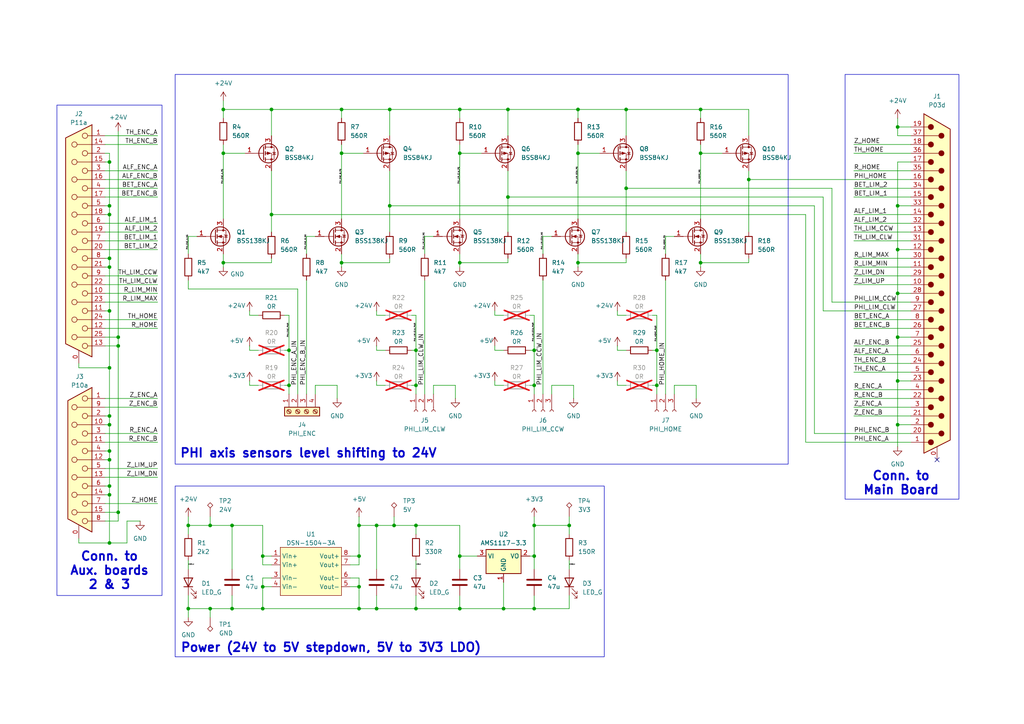
<source format=kicad_sch>
(kicad_sch (version 20231120) (generator "eeschema") (generator_version "8.0")
  (paper "A4")
  (title_block (title "Karcsi (INDACT Robot Arm) - Aux. Control Board 1") (date "2024-03-29") (rev "1.0") (company "LEGO Kör (legokor.hu)") (comment 1 "Designed by Panka Horváth, Gergely Halász, Máté Kovács") (comment 2 "Reviewed by Máté Kovács, "))
  (junction (at 167.64 31.75))
  (junction (at 83.82 101.6))
  (junction (at 76.2 176.53))
  (junction (at 133.35 176.53))
  (junction (at 31.75 90.17))
  (junction (at 31.75 133.35))
  (junction (at 34.29 100.33))
  (junction (at 76.2 170.18))
  (junction (at 260.35 72.39))
  (junction (at 154.94 101.6))
  (junction (at 76.2 161.29))
  (junction (at 67.31 176.53))
  (junction (at 64.77 76.2))
  (junction (at 114.3 152.4))
  (junction (at 203.2 76.2))
  (junction (at 133.35 161.29))
  (junction (at 31.75 140.97))
  (junction (at 109.22 152.4))
  (junction (at 54.61 176.53))
  (junction (at 31.75 157.48))
  (junction (at 78.74 62.23))
  (junction (at 104.14 176.53))
  (junction (at 133.35 44.45))
  (junction (at 99.06 44.45))
  (junction (at 31.75 123.19))
  (junction (at 203.2 31.75))
  (junction (at 104.14 161.29))
  (junction (at 31.75 143.51))
  (junction (at 133.35 76.2))
  (junction (at 60.96 176.53))
  (junction (at 31.75 106.68))
  (junction (at 260.35 36.83))
  (junction (at 147.32 57.15))
  (junction (at 190.5 111.76))
  (junction (at 120.65 101.6))
  (junction (at 190.5 101.6))
  (junction (at 154.94 176.53))
  (junction (at 60.96 152.4))
  (junction (at 67.31 152.4))
  (junction (at 34.29 97.79))
  (junction (at 120.65 111.76))
  (junction (at 260.35 123.19))
  (junction (at 154.94 152.4))
  (junction (at 147.32 31.75))
  (junction (at 120.65 152.4))
  (junction (at 104.14 152.4))
  (junction (at 181.61 54.61))
  (junction (at 34.29 148.59))
  (junction (at 104.14 170.18))
  (junction (at 146.05 176.53))
  (junction (at 120.65 176.53))
  (junction (at 113.03 31.75))
  (junction (at 83.82 111.76))
  (junction (at 260.35 97.79))
  (junction (at 167.64 76.2))
  (junction (at 31.75 62.23))
  (junction (at 54.61 152.4))
  (junction (at 31.75 130.81))
  (junction (at 260.35 59.69))
  (junction (at 31.75 77.47))
  (junction (at 64.77 31.75))
  (junction (at 260.35 110.49))
  (junction (at 167.64 44.45))
  (junction (at 31.75 120.65))
  (junction (at 217.17 52.07))
  (junction (at 181.61 31.75))
  (junction (at 154.94 111.76))
  (junction (at 99.06 31.75))
  (junction (at 31.75 74.93))
  (junction (at 165.1 152.4))
  (junction (at 113.03 59.69))
  (junction (at 260.35 85.09))
  (junction (at 31.75 59.69))
  (junction (at 78.74 31.75))
  (junction (at 99.06 76.2))
  (junction (at 31.75 46.99))
  (junction (at 133.35 31.75))
  (junction (at 64.77 44.45))
  (junction (at 154.94 161.29))
  (junction (at 109.22 176.53))
  (junction (at 203.2 44.45))
  (no_connect (at 271.78 133.35))
  (wire (pts (xy 264.16 46.99) (xy 260.35 46.99)))
  (wire (pts (xy 153.67 161.29) (xy 154.94 161.29)))
  (wire (pts (xy 264.16 123.19) (xy 260.35 123.19)))
  (wire (pts (xy 54.61 154.94) (xy 54.61 152.4)))
  (wire (pts (xy 193.04 68.58) (xy 195.58 68.58)))
  (wire (pts (xy 76.2 170.18) (xy 78.74 170.18)))
  (wire (pts (xy 190.5 111.76) (xy 189.23 111.76)))
  (wire (pts (xy 31.75 74.93) (xy 31.75 77.47)))
  (wire (pts (xy 31.75 46.99) (xy 31.75 59.69)))
  (wire (pts (xy 54.61 149.86) (xy 54.61 152.4)))
  (wire (pts (xy 157.48 68.58) (xy 160.02 68.58)))
  (wire (pts (xy 217.17 76.2) (xy 203.2 76.2)))
  (wire (pts (xy 133.35 31.75) (xy 147.32 31.75)))
  (wire (pts (xy 160.02 111.76) (xy 160.02 114.3)))
  (wire (pts (xy 64.77 44.45) (xy 64.77 63.5)))
  (wire (pts (xy 247.65 100.33) (xy 264.16 100.33)))
  (wire (pts (xy 165.1 152.4) (xy 165.1 154.94)))
  (wire (pts (xy 193.04 81.28) (xy 193.04 114.3)))
  (wire (pts (xy 34.29 148.59) (xy 34.29 100.33)))
  (wire (pts (xy 260.35 110.49) (xy 264.16 110.49)))
  (wire (pts (xy 120.65 114.3) (xy 120.65 111.76)))
  (wire (pts (xy 133.35 31.75) (xy 133.35 34.29)))
  (wire (pts (xy 165.1 149.86) (xy 165.1 152.4)))
  (wire (pts (xy 247.65 57.15) (xy 264.16 57.15)))
  (wire (pts (xy 22.86 105.41) (xy 22.86 106.68)))
  (wire (pts (xy 260.35 110.49) (xy 260.35 123.19)))
  (wire (pts (xy 31.75 62.23) (xy 31.75 74.93)))
  (wire (pts (xy 247.65 80.01) (xy 264.16 80.01)))
  (wire (pts (xy 30.48 97.79) (xy 34.29 97.79)))
  (wire (pts (xy 167.64 44.45) (xy 167.64 63.5)))
  (wire (pts (xy 120.65 91.44) (xy 119.38 91.44)))
  (wire (pts (xy 30.48 151.13) (xy 34.29 151.13)))
  (wire (pts (xy 76.2 170.18) (xy 76.2 176.53)))
  (wire (pts (xy 247.65 120.65) (xy 264.16 120.65)))
  (wire (pts (xy 203.2 76.2) (xy 203.2 77.47)))
  (wire (pts (xy 238.76 90.17) (xy 264.16 90.17)))
  (wire (pts (xy 104.14 161.29) (xy 104.14 152.4)))
  (wire (pts (xy 203.2 41.91) (xy 203.2 44.45)))
  (wire (pts (xy 247.65 105.41) (xy 264.16 105.41)))
  (wire (pts (xy 30.48 133.35) (xy 31.75 133.35)))
  (wire (pts (xy 154.94 111.76) (xy 153.67 111.76)))
  (wire (pts (xy 167.64 31.75) (xy 167.64 34.29)))
  (wire (pts (xy 30.48 140.97) (xy 31.75 140.97)))
  (wire (pts (xy 104.14 170.18) (xy 104.14 176.53)))
  (wire (pts (xy 104.14 176.53) (xy 109.22 176.53)))
  (wire (pts (xy 30.48 39.37) (xy 45.72 39.37)))
  (wire (pts (xy 154.94 149.86) (xy 154.94 152.4)))
  (wire (pts (xy 165.1 172.72) (xy 165.1 176.53)))
  (wire (pts (xy 30.48 77.47) (xy 31.75 77.47)))
  (wire (pts (xy 111.76 111.76) (xy 109.22 111.76)))
  (wire (pts (xy 30.48 128.27) (xy 45.72 128.27)))
  (wire (pts (xy 78.74 31.75) (xy 78.74 39.37)))
  (wire (pts (xy 83.82 101.6) (xy 83.82 91.44)))
  (wire (pts (xy 143.51 111.76) (xy 143.51 110.49)))
  (wire (pts (xy 30.48 46.99) (xy 31.75 46.99)))
  (wire (pts (xy 83.82 101.6) (xy 82.55 101.6)))
  (wire (pts (xy 133.35 76.2) (xy 133.35 77.47)))
  (wire (pts (xy 247.65 115.57) (xy 264.16 115.57)))
  (wire (pts (xy 30.48 146.05) (xy 45.72 146.05)))
  (wire (pts (xy 247.65 107.95) (xy 264.16 107.95)))
  (wire (pts (xy 54.61 152.4) (xy 60.96 152.4)))
  (wire (pts (xy 34.29 97.79) (xy 34.29 38.1)))
  (wire (pts (xy 264.16 39.37) (xy 260.35 39.37)))
  (wire (pts (xy 72.39 111.76) (xy 72.39 110.49)))
  (wire (pts (xy 30.48 95.25) (xy 45.72 95.25)))
  (wire (pts (xy 109.22 111.76) (xy 109.22 110.49)))
  (wire (pts (xy 30.48 120.65) (xy 31.75 120.65)))
  (wire (pts (xy 64.77 29.21) (xy 64.77 31.75)))
  (wire (pts (xy 260.35 36.83) (xy 264.16 36.83)))
  (wire (pts (xy 109.22 152.4) (xy 114.3 152.4)))
  (wire (pts (xy 247.65 54.61) (xy 264.16 54.61)))
  (wire (pts (xy 190.5 91.44) (xy 189.23 91.44)))
  (wire (pts (xy 104.14 149.86) (xy 104.14 152.4)))
  (wire (pts (xy 114.3 149.86) (xy 114.3 152.4)))
  (wire (pts (xy 133.35 161.29) (xy 133.35 165.1)))
  (wire (pts (xy 104.14 167.64) (xy 104.14 170.18)))
  (wire (pts (xy 260.35 97.79) (xy 260.35 110.49)))
  (wire (pts (xy 166.37 111.76) (xy 160.02 111.76)))
  (wire (pts (xy 241.3 87.63) (xy 264.16 87.63)))
  (wire (pts (xy 181.61 49.53) (xy 181.61 54.61)))
  (wire (pts (xy 154.94 91.44) (xy 153.67 91.44)))
  (wire (pts (xy 113.03 74.93) (xy 113.03 76.2)))
  (wire (pts (xy 54.61 172.72) (xy 54.61 176.53)))
  (wire (pts (xy 133.35 44.45) (xy 139.7 44.45)))
  (wire (pts (xy 34.29 151.13) (xy 34.29 148.59)))
  (wire (pts (xy 203.2 31.75) (xy 217.17 31.75)))
  (wire (pts (xy 76.2 176.53) (xy 104.14 176.53)))
  (wire (pts (xy 31.75 120.65) (xy 31.75 123.19)))
  (wire (pts (xy 247.65 74.93) (xy 264.16 74.93)))
  (wire (pts (xy 78.74 31.75) (xy 99.06 31.75)))
  (wire (pts (xy 31.75 59.69) (xy 31.75 62.23)))
  (wire (pts (xy 236.22 125.73) (xy 264.16 125.73)))
  (wire (pts (xy 22.86 156.21) (xy 22.86 157.48)))
  (wire (pts (xy 179.07 91.44) (xy 179.07 90.17)))
  (wire (pts (xy 54.61 73.66) (xy 54.61 68.58)))
  (wire (pts (xy 30.48 72.39) (xy 45.72 72.39)))
  (wire (pts (xy 64.77 44.45) (xy 71.12 44.45)))
  (wire (pts (xy 147.32 74.93) (xy 147.32 76.2)))
  (wire (pts (xy 97.79 111.76) (xy 91.44 111.76)))
  (wire (pts (xy 111.76 91.44) (xy 109.22 91.44)))
  (wire (pts (xy 203.2 31.75) (xy 203.2 34.29)))
  (wire (pts (xy 147.32 76.2) (xy 133.35 76.2)))
  (wire (pts (xy 67.31 152.4) (xy 76.2 152.4)))
  (wire (pts (xy 238.76 57.15) (xy 238.76 90.17)))
  (wire (pts (xy 247.65 62.23) (xy 264.16 62.23)))
  (wire (pts (xy 31.75 123.19) (xy 31.75 130.81)))
  (wire (pts (xy 99.06 31.75) (xy 113.03 31.75)))
  (wire (pts (xy 247.65 82.55) (xy 264.16 82.55)))
  (wire (pts (xy 157.48 73.66) (xy 157.48 68.58)))
  (wire (pts (xy 30.48 41.91) (xy 45.72 41.91)))
  (wire (pts (xy 30.48 67.31) (xy 45.72 67.31)))
  (wire (pts (xy 99.06 44.45) (xy 99.06 63.5)))
  (wire (pts (xy 217.17 52.07) (xy 217.17 67.31)))
  (wire (pts (xy 60.96 149.86) (xy 60.96 152.4)))
  (wire (pts (xy 60.96 176.53) (xy 67.31 176.53)))
  (wire (pts (xy 109.22 176.53) (xy 120.65 176.53)))
  (wire (pts (xy 31.75 130.81) (xy 31.75 133.35)))
  (wire (pts (xy 154.94 152.4) (xy 165.1 152.4)))
  (wire (pts (xy 54.61 68.58) (xy 57.15 68.58)))
  (wire (pts (xy 22.86 106.68) (xy 31.75 106.68)))
  (wire (pts (xy 104.14 152.4) (xy 109.22 152.4)))
  (wire (pts (xy 101.6 170.18) (xy 104.14 170.18)))
  (wire (pts (xy 146.05 111.76) (xy 143.51 111.76)))
  (wire (pts (xy 30.48 115.57) (xy 45.72 115.57)))
  (wire (pts (xy 99.06 31.75) (xy 99.06 34.29)))
  (wire (pts (xy 154.94 114.3) (xy 154.94 111.76)))
  (wire (pts (xy 54.61 81.28) (xy 54.61 83.82)))
  (wire (pts (xy 133.35 152.4) (xy 133.35 161.29)))
  (wire (pts (xy 233.68 128.27) (xy 264.16 128.27)))
  (wire (pts (xy 167.64 41.91) (xy 167.64 44.45)))
  (wire (pts (xy 133.35 73.66) (xy 133.35 76.2)))
  (wire (pts (xy 165.1 162.56) (xy 165.1 165.1)))
  (wire (pts (xy 114.3 152.4) (xy 120.65 152.4)))
  (wire (pts (xy 30.48 125.73) (xy 45.72 125.73)))
  (wire (pts (xy 247.65 64.77) (xy 264.16 64.77)))
  (wire (pts (xy 146.05 168.91) (xy 146.05 176.53)))
  (wire (pts (xy 181.61 101.6) (xy 179.07 101.6)))
  (wire (pts (xy 181.61 91.44) (xy 179.07 91.44)))
  (wire (pts (xy 30.48 59.69) (xy 31.75 59.69)))
  (wire (pts (xy 133.35 176.53) (xy 146.05 176.53)))
  (wire (pts (xy 120.65 111.76) (xy 119.38 111.76)))
  (wire (pts (xy 30.48 118.11) (xy 45.72 118.11)))
  (wire (pts (xy 30.48 85.09) (xy 45.72 85.09)))
  (wire (pts (xy 30.48 80.01) (xy 45.72 80.01)))
  (wire (pts (xy 190.5 101.6) (xy 189.23 101.6)))
  (wire (pts (xy 132.08 111.76) (xy 125.73 111.76)))
  (wire (pts (xy 260.35 72.39) (xy 260.35 85.09)))
  (wire (pts (xy 120.65 162.56) (xy 120.65 165.1)))
  (wire (pts (xy 30.48 64.77) (xy 45.72 64.77)))
  (wire (pts (xy 233.68 62.23) (xy 233.68 128.27)))
  (wire (pts (xy 154.94 111.76) (xy 154.94 101.6)))
  (wire (pts (xy 247.65 102.87) (xy 264.16 102.87)))
  (wire (pts (xy 166.37 115.57) (xy 166.37 111.76)))
  (wire (pts (xy 30.48 82.55) (xy 45.72 82.55)))
  (wire (pts (xy 54.61 162.56) (xy 54.61 165.1)))
  (wire (pts (xy 133.35 161.29) (xy 138.43 161.29)))
  (wire (pts (xy 181.61 76.2) (xy 167.64 76.2)))
  (wire (pts (xy 217.17 49.53) (xy 217.17 52.07)))
  (wire (pts (xy 247.65 69.85) (xy 264.16 69.85)))
  (wire (pts (xy 78.74 76.2) (xy 64.77 76.2)))
  (wire (pts (xy 30.48 44.45) (xy 31.75 44.45)))
  (wire (pts (xy 179.07 101.6) (xy 179.07 100.33)))
  (wire (pts (xy 83.82 91.44) (xy 82.55 91.44)))
  (wire (pts (xy 247.65 92.71) (xy 264.16 92.71)))
  (wire (pts (xy 36.83 157.48) (xy 31.75 157.48)))
  (wire (pts (xy 67.31 152.4) (xy 67.31 165.1)))
  (wire (pts (xy 30.48 92.71) (xy 45.72 92.71)))
  (wire (pts (xy 109.22 172.72) (xy 109.22 176.53)))
  (wire (pts (xy 179.07 111.76) (xy 179.07 110.49)))
  (wire (pts (xy 30.48 69.85) (xy 45.72 69.85)))
  (wire (pts (xy 260.35 123.19) (xy 260.35 129.54)))
  (wire (pts (xy 78.74 167.64) (xy 76.2 167.64)))
  (wire (pts (xy 31.75 140.97) (xy 31.75 143.51)))
  (wire (pts (xy 78.74 161.29) (xy 76.2 161.29)))
  (wire (pts (xy 83.82 114.3) (xy 83.82 111.76)))
  (wire (pts (xy 181.61 31.75) (xy 181.61 39.37)))
  (wire (pts (xy 67.31 176.53) (xy 76.2 176.53)))
  (wire (pts (xy 241.3 54.61) (xy 241.3 87.63)))
  (wire (pts (xy 147.32 57.15) (xy 238.76 57.15)))
  (wire (pts (xy 146.05 176.53) (xy 154.94 176.53)))
  (wire (pts (xy 120.65 101.6) (xy 119.38 101.6)))
  (wire (pts (xy 236.22 59.69) (xy 236.22 125.73)))
  (wire (pts (xy 146.05 91.44) (xy 143.51 91.44)))
  (wire (pts (xy 101.6 167.64) (xy 104.14 167.64)))
  (wire (pts (xy 30.48 143.51) (xy 31.75 143.51)))
  (wire (pts (xy 78.74 62.23) (xy 78.74 67.31)))
  (wire (pts (xy 60.96 176.53) (xy 60.96 179.07)))
  (wire (pts (xy 181.61 111.76) (xy 179.07 111.76)))
  (wire (pts (xy 132.08 115.57) (xy 132.08 111.76)))
  (wire (pts (xy 147.32 57.15) (xy 147.32 67.31)))
  (wire (pts (xy 217.17 31.75) (xy 217.17 39.37)))
  (wire (pts (xy 67.31 172.72) (xy 67.31 176.53)))
  (wire (pts (xy 146.05 101.6) (xy 143.51 101.6)))
  (wire (pts (xy 76.2 167.64) (xy 76.2 170.18)))
  (wire (pts (xy 154.94 161.29) (xy 154.94 152.4)))
  (wire (pts (xy 123.19 81.28) (xy 123.19 114.3)))
  (wire (pts (xy 88.9 81.28) (xy 88.9 114.3)))
  (wire (pts (xy 154.94 172.72) (xy 154.94 176.53)))
  (wire (pts (xy 30.48 74.93) (xy 31.75 74.93)))
  (wire (pts (xy 203.2 44.45) (xy 209.55 44.45)))
  (wire (pts (xy 167.64 31.75) (xy 181.61 31.75)))
  (wire (pts (xy 60.96 152.4) (xy 67.31 152.4)))
  (wire (pts (xy 190.5 101.6) (xy 190.5 91.44)))
  (wire (pts (xy 143.51 101.6) (xy 143.51 100.33)))
  (wire (pts (xy 133.35 172.72) (xy 133.35 176.53)))
  (wire (pts (xy 113.03 49.53) (xy 113.03 59.69)))
  (wire (pts (xy 260.35 46.99) (xy 260.35 59.69)))
  (wire (pts (xy 167.64 76.2) (xy 167.64 77.47)))
  (wire (pts (xy 201.93 111.76) (xy 195.58 111.76)))
  (wire (pts (xy 154.94 101.6) (xy 153.67 101.6)))
  (wire (pts (xy 78.74 49.53) (xy 78.74 62.23)))
  (wire (pts (xy 22.86 157.48) (xy 31.75 157.48)))
  (wire (pts (xy 74.93 111.76) (xy 72.39 111.76)))
  (wire (pts (xy 113.03 76.2) (xy 99.06 76.2)))
  (wire (pts (xy 99.06 41.91) (xy 99.06 44.45)))
  (wire (pts (xy 123.19 73.66) (xy 123.19 68.58)))
  (wire (pts (xy 195.58 111.76) (xy 195.58 114.3)))
  (wire (pts (xy 36.83 157.48) (xy 36.83 151.13)))
  (wire (pts (xy 76.2 161.29) (xy 76.2 152.4)))
  (wire (pts (xy 109.22 152.4) (xy 109.22 165.1)))
  (wire (pts (xy 203.2 44.45) (xy 203.2 63.5)))
  (wire (pts (xy 167.64 73.66) (xy 167.64 76.2)))
  (wire (pts (xy 113.03 31.75) (xy 113.03 39.37)))
  (wire (pts (xy 264.16 72.39) (xy 260.35 72.39)))
  (wire (pts (xy 64.77 31.75) (xy 64.77 34.29)))
  (wire (pts (xy 190.5 114.3) (xy 190.5 111.76)))
  (wire (pts (xy 74.93 91.44) (xy 72.39 91.44)))
  (wire (pts (xy 247.65 77.47) (xy 264.16 77.47)))
  (wire (pts (xy 247.65 41.91) (xy 264.16 41.91)))
  (wire (pts (xy 30.48 52.07) (xy 45.72 52.07)))
  (wire (pts (xy 147.32 31.75) (xy 167.64 31.75)))
  (wire (pts (xy 181.61 54.61) (xy 241.3 54.61)))
  (wire (pts (xy 181.61 31.75) (xy 203.2 31.75)))
  (wire (pts (xy 36.83 151.13) (xy 40.64 151.13)))
  (wire (pts (xy 147.32 49.53) (xy 147.32 57.15)))
  (wire (pts (xy 99.06 44.45) (xy 105.41 44.45)))
  (wire (pts (xy 30.48 90.17) (xy 31.75 90.17)))
  (wire (pts (xy 30.48 123.19) (xy 31.75 123.19)))
  (wire (pts (xy 78.74 74.93) (xy 78.74 76.2)))
  (wire (pts (xy 104.14 163.83) (xy 104.14 161.29)))
  (wire (pts (xy 64.77 73.66) (xy 64.77 76.2)))
  (wire (pts (xy 101.6 163.83) (xy 104.14 163.83)))
  (wire (pts (xy 167.64 44.45) (xy 173.99 44.45)))
  (wire (pts (xy 113.03 31.75) (xy 133.35 31.75)))
  (wire (pts (xy 74.93 101.6) (xy 72.39 101.6)))
  (wire (pts (xy 30.48 62.23) (xy 31.75 62.23)))
  (wire (pts (xy 72.39 101.6) (xy 72.39 100.33)))
  (wire (pts (xy 260.35 85.09) (xy 260.35 97.79)))
  (wire (pts (xy 247.65 49.53) (xy 264.16 49.53)))
  (wire (pts (xy 54.61 176.53) (xy 60.96 176.53)))
  (wire (pts (xy 133.35 44.45) (xy 133.35 63.5)))
  (wire (pts (xy 30.48 100.33) (xy 34.29 100.33)))
  (wire (pts (xy 260.35 59.69) (xy 264.16 59.69)))
  (wire (pts (xy 147.32 31.75) (xy 147.32 39.37)))
  (wire (pts (xy 201.93 115.57) (xy 201.93 111.76)))
  (wire (pts (xy 30.48 87.63) (xy 45.72 87.63)))
  (wire (pts (xy 113.03 59.69) (xy 236.22 59.69)))
  (wire (pts (xy 97.79 115.57) (xy 97.79 111.76)))
  (wire (pts (xy 30.48 138.43) (xy 45.72 138.43)))
  (wire (pts (xy 260.35 34.29) (xy 260.35 36.83)))
  (wire (pts (xy 64.77 31.75) (xy 78.74 31.75)))
  (wire (pts (xy 193.04 73.66) (xy 193.04 68.58)))
  (wire (pts (xy 30.48 135.89) (xy 45.72 135.89)))
  (wire (pts (xy 86.36 114.3) (xy 86.36 83.82)))
  (wire (pts (xy 120.65 111.76) (xy 120.65 101.6)))
  (wire (pts (xy 217.17 52.07) (xy 264.16 52.07)))
  (wire (pts (xy 154.94 161.29) (xy 154.94 165.1)))
  (wire (pts (xy 30.48 49.53) (xy 45.72 49.53)))
  (wire (pts (xy 154.94 176.53) (xy 165.1 176.53)))
  (wire (pts (xy 99.06 73.66) (xy 99.06 76.2)))
  (wire (pts (xy 190.5 111.76) (xy 190.5 101.6)))
  (wire (pts (xy 34.29 100.33) (xy 34.29 97.79)))
  (wire (pts (xy 30.48 57.15) (xy 45.72 57.15)))
  (wire (pts (xy 120.65 176.53) (xy 133.35 176.53)))
  (wire (pts (xy 64.77 41.91) (xy 64.77 44.45)))
  (wire (pts (xy 88.9 73.66) (xy 88.9 68.58)))
  (wire (pts (xy 30.48 130.81) (xy 31.75 130.81)))
  (wire (pts (xy 120.65 152.4) (xy 120.65 154.94)))
  (wire (pts (xy 247.65 118.11) (xy 264.16 118.11)))
  (wire (pts (xy 76.2 161.29) (xy 76.2 163.83)))
  (wire (pts (xy 123.19 68.58) (xy 125.73 68.58)))
  (wire (pts (xy 133.35 41.91) (xy 133.35 44.45)))
  (wire (pts (xy 31.75 143.51) (xy 31.75 157.48)))
  (wire (pts (xy 120.65 172.72) (xy 120.65 176.53)))
  (wire (pts (xy 143.51 91.44) (xy 143.51 90.17)))
  (wire (pts (xy 31.75 133.35) (xy 31.75 140.97)))
  (wire (pts (xy 31.75 44.45) (xy 31.75 46.99)))
  (wire (pts (xy 31.75 77.47) (xy 31.75 90.17)))
  (wire (pts (xy 247.65 44.45) (xy 264.16 44.45)))
  (wire (pts (xy 120.65 152.4) (xy 133.35 152.4)))
  (wire (pts (xy 109.22 101.6) (xy 109.22 100.33)))
  (wire (pts (xy 30.48 148.59) (xy 34.29 148.59)))
  (wire (pts (xy 113.03 59.69) (xy 113.03 67.31)))
  (wire (pts (xy 72.39 91.44) (xy 72.39 90.17)))
  (wire (pts (xy 203.2 73.66) (xy 203.2 76.2)))
  (wire (pts (xy 181.61 74.93) (xy 181.61 76.2)))
  (wire (pts (xy 91.44 111.76) (xy 91.44 114.3)))
  (wire (pts (xy 64.77 76.2) (xy 64.77 77.47)))
  (wire (pts (xy 125.73 111.76) (xy 125.73 114.3)))
  (wire (pts (xy 157.48 81.28) (xy 157.48 114.3)))
  (wire (pts (xy 109.22 91.44) (xy 109.22 90.17)))
  (wire (pts (xy 260.35 85.09) (xy 264.16 85.09)))
  (wire (pts (xy 264.16 97.79) (xy 260.35 97.79)))
  (wire (pts (xy 217.17 74.93) (xy 217.17 76.2)))
  (wire (pts (xy 154.94 101.6) (xy 154.94 91.44)))
  (wire (pts (xy 78.74 163.83) (xy 76.2 163.83)))
  (wire (pts (xy 31.75 90.17) (xy 31.75 106.68)))
  (wire (pts (xy 247.65 67.31) (xy 264.16 67.31)))
  (wire (pts (xy 101.6 161.29) (xy 104.14 161.29)))
  (wire (pts (xy 247.65 113.03) (xy 264.16 113.03)))
  (wire (pts (xy 260.35 39.37) (xy 260.35 36.83)))
  (wire (pts (xy 30.48 54.61) (xy 45.72 54.61)))
  (wire (pts (xy 181.61 54.61) (xy 181.61 67.31)))
  (wire (pts (xy 54.61 176.53) (xy 54.61 179.07)))
  (wire (pts (xy 83.82 111.76) (xy 82.55 111.76)))
  (wire (pts (xy 88.9 68.58) (xy 91.44 68.58)))
  (wire (pts (xy 86.36 83.82) (xy 54.61 83.82)))
  (wire (pts (xy 31.75 106.68) (xy 31.75 120.65)))
  (wire (pts (xy 260.35 59.69) (xy 260.35 72.39)))
  (wire (pts (xy 247.65 95.25) (xy 264.16 95.25)))
  (wire (pts (xy 120.65 101.6) (xy 120.65 91.44)))
  (wire (pts (xy 99.06 76.2) (xy 99.06 77.47)))
  (wire (pts (xy 83.82 111.76) (xy 83.82 101.6)))
  (wire (pts (xy 111.76 101.6) (xy 109.22 101.6)))
  (wire (pts (xy 78.74 62.23) (xy 233.68 62.23)))
  (rectangle (start 50.8 21.59) (end 228.6 134.62))
  (rectangle (start 16.51 30.48) (end 46.99 172.72))
  (rectangle (start 50.8 140.97) (end 175.26 190.5))
  (rectangle (start 245.11 21.59) (end 278.13 144.78))
  (text "PHI axis sensors level shifting to 24V" (at 52.07 131.572 0) (effects (font (size 2.54 2.54) (bold yes)) (justify left)))
  (text "Conn. to\nMain Board" (at 261.366 140.208 0) (effects (font (size 2.54 2.54) (bold yes))))
  (text "Power (24V to 5V stepdown, 5V to 3V3 LDO)" (at 96.012 187.96 0) (effects (font (size 2.54 2.54) (thickness 0.508) (bold yes))))
  (text "Conn. to\nAux. boards\n2 & 3" (at 31.75 165.608 0) (effects (font (size 2.54 2.54) (bold yes))))
  (label "PHI_HOME_PWR" (at 190.5 99.06 90) (effects (font (size 0.4 0.4))))
  (label "LED33_A" (at 165.1 163.83 0) (effects (font (size 0.254 0.254))))
  (label "PHI_LIM_CCW_IN" (at 157.48 111.76 90))
  (label "PHI_HOME_NG" (at 203.2 53.34 90) (effects (font (size 0.4 0.4))))
  (label "TH_LIM_CCW" (at 247.65 67.31 0))
  (label "PHI_LIM_CCW" (at 247.65 87.63 0))
  (label "BET_LIM_2" (at 45.72 72.39 180))
  (label "ALF_ENC_B" (at 45.72 52.07 180))
  (label "PHI_ENC_A_PG" (at 64.77 53.34 90) (effects (font (size 0.4 0.4))))
  (label "PHI_ENC_A_NG" (at 54.61 72.39 90) (effects (font (size 0.4 0.4))))
  (label "BET_ENC_A" (at 247.65 92.71 0))
  (label "Z_LIM_UP" (at 247.65 82.55 0))
  (label "BET_LIM_1" (at 247.65 57.15 0))
  (label "LED5_A" (at 120.65 163.83 0) (effects (font (size 0.254 0.254))))
  (label "PHI_ENC_A" (at 247.65 128.27 0))
  (label "PHI_HOME" (at 247.65 52.07 0))
  (label "TH_ENC_B" (at 247.65 105.41 0))
  (label "PHI_LIM_CLW_NG" (at 123.19 72.39 90) (effects (font (size 0.4 0.4))))
  (label "LED24_A" (at 54.61 163.83 0) (effects (font (size 0.254 0.254))))
  (label "PHI_ENC_B" (at 247.65 125.73 0))
  (label "PHI_LIM_CLW_IN" (at 123.19 111.76 90))
  (label "PHI_LIM_CCW_PG" (at 167.64 53.34 90) (effects (font (size 0.4 0.4))))
  (label "BET_LIM_2" (at 247.65 54.61 0))
  (label "PHI_LIM_CCW_NG" (at 157.48 72.39 90) (effects (font (size 0.4 0.4))))
  (label "PHI_ENC_A_IN" (at 86.36 111.76 90))
  (label "R_LIM_MAX" (at 247.65 74.93 0))
  (label "R_ENC_B" (at 247.65 115.57 0))
  (label "PHI_LIM_CLW_PWR" (at 120.65 99.06 90) (effects (font (size 0.4 0.4))))
  (label "TH_LIM_CLW" (at 247.65 69.85 0))
  (label "R_HOME" (at 247.65 49.53 0))
  (label "TH_LIM_CCW" (at 45.72 80.01 180))
  (label "ALF_LIM_1" (at 45.72 64.77 180))
  (label "Z_LIM_DN" (at 247.65 80.01 0))
  (label "TH_ENC_A" (at 45.72 39.37 180))
  (label "TH_HOME" (at 45.72 92.71 180))
  (label "ALF_ENC_B" (at 247.65 100.33 0))
  (label "Z_ENC_B" (at 45.72 118.11 180))
  (label "Z_ENC_A" (at 45.72 115.57 180))
  (label "ALF_ENC_A" (at 45.72 49.53 180))
  (label "Z_LIM_UP" (at 45.72 135.89 180))
  (label "Z_ENC_A" (at 247.65 118.11 0))
  (label "Z_ENC_B" (at 247.65 120.65 0))
  (label "TH_ENC_B" (at 45.72 41.91 180))
  (label "ALF_LIM_2" (at 247.65 64.77 0))
  (label "R_LIM_MIN" (at 247.65 77.47 0))
  (label "PHI_HOME_IN" (at 193.04 111.76 90))
  (label "PHI_LIM_CLW" (at 247.65 90.17 0))
  (label "R_HOME" (at 45.72 95.25 180))
  (label "R_ENC_B" (at 45.72 128.27 180))
  (label "R_LIM_MIN" (at 45.72 85.09 180))
  (label "TH_HOME" (at 247.65 44.45 0))
  (label "PHI_LIM_CCW_PWR" (at 154.94 99.06 90) (effects (font (size 0.4 0.4))))
  (label "Z_HOME" (at 247.65 41.91 0))
  (label "Z_LIM_DN" (at 45.72 138.43 180))
  (label "PHI_ENC_B_PG" (at 99.06 53.34 90) (effects (font (size 0.4 0.4))))
  (label "TH_LIM_CLW" (at 45.72 82.55 180))
  (label "ALF_ENC_A" (at 247.65 102.87 0))
  (label "R_LIM_MAX" (at 45.72 87.63 180))
  (label "ALF_LIM_2" (at 45.72 67.31 180))
  (label "BET_ENC_B" (at 45.72 57.15 180))
  (label "BET_LIM_1" (at 45.72 69.85 180))
  (label "TH_ENC_A" (at 247.65 107.95 0))
  (label "PHI_LIM_CLW_PG" (at 133.35 53.34 90) (effects (font (size 0.4 0.4))))
  (label "BET_ENC_B" (at 247.65 95.25 0))
  (label "ALF_LIM_1" (at 247.65 62.23 0))
  (label "PHI_HOME_PG" (at 193.04 72.39 90) (effects (font (size 0.4 0.4))))
  (label "R_ENC_A" (at 247.65 113.03 0))
  (label "BET_ENC_A" (at 45.72 54.61 180))
  (label "PHI_ENC_B_NG" (at 88.9 72.39 90) (effects (font (size 0.4 0.4))))
  (label "Z_HOME" (at 45.72 146.05 180))
  (label "PHI_ENC_B_IN" (at 88.9 111.76 90))
  (label "R_ENC_A" (at 45.72 125.73 180))
  (label "PHI_ENC_PWR" (at 83.82 97.79 90) (effects (font (size 0.4 0.4))))
  (symbol (lib_id "Device:R") (at 149.86 101.6 90) (unit 1)
    (property "Reference" "R26" (at 149.86 96.52 90))
    (property "Value" "0R" (at 149.86 99.06 90))
    (property "Footprint" "Resistor_SMD:R_0805_2012Metric_Pad1.20x1.40mm_HandSolder" (effects (hide yes)))
    (property "Description" "Resistor" (effects (hide yes)))
    (property "Supplier" "LCSC" (effects (hide yes)))
    (property "Supplier URL" "https://www.lcsc.com/product-detail/Chip-Resistor-Surface-Mount_Viking-Tech-CR-05FL7-0R_C304192.html" (effects (hide yes)))
    (property "Supplier item no" "C304192" (effects (hide yes)))
    (property "Sourced" "0" (effects (hide yes)))
  )
  (symbol (lib_id "Device:R") (at 115.57 91.44 90) (unit 1) (dnp yes)
    (property "Reference" "R22" (at 115.57 86.36 90))
    (property "Value" "0R" (at 115.57 88.9 90))
    (property "Footprint" "Resistor_SMD:R_0805_2012Metric_Pad1.20x1.40mm_HandSolder" (effects (hide yes)))
    (property "Description" "Resistor" (effects (hide yes)))
    (property "Supplier" "LCSC" (effects (hide yes)))
    (property "Supplier URL" "https://www.lcsc.com/product-detail/Chip-Resistor-Surface-Mount_Viking-Tech-CR-05FL7-0R_C304192.html" (effects (hide yes)))
    (property "Supplier item no" "C304192" (effects (hide yes)))
    (property "Sourced" "0" (effects (hide yes)))
  )
  (symbol (lib_id "Transistor_FET:BSS84") (at 110.49 44.45 0) (unit 1)
    (property "Reference" "Q4" (at 116.84 43.1799 0) (effects (justify left)))
    (property "Value" "BSS84KJ" (at 116.84 45.7199 0) (effects (justify left)))
    (property "Footprint" "Package_TO_SOT_SMD:SOT-23" (effects (hide yes)))
    (property "Datasheet" "https://lomex.hu/pdf/yet/(yet)_bss84kj.pdf" (effects (hide yes)))
    (property "Description" "-0.13A Id, -50V Vds, P-Channel MOSFET, SOT-23" (effects (hide yes)))
    (property "Sourced" "0" (effects (hide yes)))
    (property "Supplier" "Lomex" (effects (hide yes)))
    (property "Supplier URL" "https://lomex.hu/hu/webshop/#page,0/search,86-07-17/stype,1" (effects (hide yes)))
    (property "Supplier item no" "86-07-17" (effects (hide yes)))
  )
  (symbol (lib_id "Device:C") (at 67.31 168.91 0) (unit 1)
    (property "Reference" "C1" (at 71.12 167.6399 0) (effects (justify left)))
    (property "Value" "47u" (at 71.12 170.1799 0) (effects (justify left)))
    (property "Footprint" "Capacitor_SMD:C_0805_2012Metric_Pad1.18x1.45mm_HandSolder" (effects (hide yes)))
    (property "Description" "Unpolarized capacitor" (effects (hide yes)))
    (property "Supplier" "Lomex" (effects (hide yes)))
    (property "Supplier URL" "https://lomex.hu/hu/webshop/#/search,82-11-74/stype,1" (effects (hide yes)))
    (property "Supplier item no" "82-11-74" (effects (hide yes)))
    (property "Sourced" "0" (effects (hide yes)))
  )
  (symbol (lib_id "Device:R") (at 181.61 71.12 0) (unit 1)
    (property "Reference" "R15" (at 184.15 69.8499 0) (effects (justify left)))
    (property "Value" "560R" (at 184.15 72.3899 0) (effects (justify left)))
    (property "Footprint" "Resistor_SMD:R_0805_2012Metric_Pad1.20x1.40mm_HandSolder" (effects (hide yes)))
    (property "Description" "Resistor" (effects (hide yes)))
    (property "Supplier" "Lomex" (effects (hide yes)))
    (property "Supplier item no" "81-10-84" (effects (hide yes)))
    (property "Sourced" "1" (effects (hide yes)))
  )
  (symbol (lib_id "power:+5V") (at 104.14 149.86 0) (unit 1)
    (property "Reference" "#PWR09" (effects (hide yes)))
    (property "Value" "+5V" (at 104.14 144.78 0))
    (property "Description" "Power symbol creates a global label with name \"+5V\"" (effects (hide yes)))
  )
  (symbol (lib_id "Device:C") (at 133.35 168.91 0) (unit 1)
    (property "Reference" "C3" (at 137.16 167.6399 0) (effects (justify left)))
    (property "Value" "47u" (at 137.16 170.1799 0) (effects (justify left)))
    (property "Footprint" "Capacitor_SMD:C_0805_2012Metric_Pad1.18x1.45mm_HandSolder" (effects (hide yes)))
    (property "Description" "Unpolarized capacitor" (effects (hide yes)))
    (property "Supplier" "Lomex" (effects (hide yes)))
    (property "Supplier URL" "https://lomex.hu/hu/webshop/#/search,82-11-74/stype,1" (effects (hide yes)))
    (property "Supplier item no" "82-11-74" (effects (hide yes)))
    (property "Sourced" "0" (effects (hide yes)))
  )
  (symbol (lib_id "Transistor_FET:BSS138") (at 165.1 68.58 0) (unit 1)
    (property "Reference" "Q7" (at 171.45 67.3099 0) (effects (justify left)))
    (property "Value" "BSS138KJ" (at 171.45 69.8499 0) (effects (justify left)))
    (property "Footprint" "Package_TO_SOT_SMD:SOT-23" (effects (hide yes)))
    (property "Datasheet" "https://lomex.hu/pdf/yet/(yet)_bss138kj.pdf" (effects (hide yes)))
    (property "Description" "50V Vds, 0.22A Id, N-Channel MOSFET, SOT-23" (effects (hide yes)))
    (property "Supplier" "Lomex" (effects (hide yes)))
    (property "Supplier URL" "https://lomex.hu/hu/webshop/#page,0/search,86-07-11/stype,1" (effects (hide yes)))
    (property "Supplier item no" "86-07-11" (effects (hide yes)))
    (property "Sourced" "1" (effects (hide yes)))
  )
  (symbol (lib_id "Device:LED") (at 120.65 168.91 90) (unit 1)
    (property "Reference" "D2" (at 124.46 169.2274 90) (effects (justify right)))
    (property "Value" "LED_G" (at 124.46 171.7674 90) (effects (justify right)))
    (property "Footprint" "LED_SMD:LED_0805_2012Metric_Pad1.15x1.40mm_HandSolder" (effects (hide yes)))
    (property "Datasheet" "https://mm.digikey.com/Volume0/opasdata/d220001/medias/docus/3804/B1701NG--20D000314U1930.pdf" (effects (hide yes)))
    (property "Description" "Light emitting diode" (effects (hide yes)))
    (property "Supplier" "DigiKey" (effects (hide yes)))
    (property "Supplier URL" "https://www.digikey.hu/hu/products/detail/harvatek-corporation/B1701NG-20D000314U1930/16671738" (effects (hide yes)))
    (property "Supplier item no" "3147-B1701NG--20D000314U1930CT-ND" (effects (hide yes)))
    (property "Sourced" "1" (effects (hide yes)))
  )
  (symbol (lib_id "Device:R") (at 64.77 38.1 0) (unit 1)
    (property "Reference" "R4" (at 67.31 36.8299 0) (effects (justify left)))
    (property "Value" "560R" (at 67.31 39.3699 0) (effects (justify left)))
    (property "Footprint" "Resistor_SMD:R_0805_2012Metric_Pad1.20x1.40mm_HandSolder" (effects (hide yes)))
    (property "Description" "Resistor" (effects (hide yes)))
    (property "Supplier" "Lomex" (effects (hide yes)))
    (property "Supplier item no" "81-10-84" (effects (hide yes)))
    (property "Sourced" "1" (effects (hide yes)))
  )
  (symbol (lib_id "Device:R") (at 115.57 111.76 90) (unit 1) (dnp yes)
    (property "Reference" "R24" (at 115.57 106.68 90))
    (property "Value" "0R" (at 115.57 109.22 90))
    (property "Footprint" "Resistor_SMD:R_0805_2012Metric_Pad1.20x1.40mm_HandSolder" (effects (hide yes)))
    (property "Description" "Resistor" (effects (hide yes)))
    (property "Supplier" "LCSC" (effects (hide yes)))
    (property "Supplier URL" "https://www.lcsc.com/product-detail/Chip-Resistor-Surface-Mount_Viking-Tech-CR-05FL7-0R_C304192.html" (effects (hide yes)))
    (property "Supplier item no" "C304192" (effects (hide yes)))
    (property "Sourced" "0" (effects (hide yes)))
  )
  (symbol (lib_id "Device:R") (at 78.74 91.44 90) (unit 1)
    (property "Reference" "R21" (at 78.74 86.36 90))
    (property "Value" "0R" (at 78.74 88.9 90))
    (property "Footprint" "Resistor_SMD:R_0805_2012Metric_Pad1.20x1.40mm_HandSolder" (effects (hide yes)))
    (property "Description" "Resistor" (effects (hide yes)))
    (property "Supplier" "LCSC" (effects (hide yes)))
    (property "Supplier URL" "https://www.lcsc.com/product-detail/Chip-Resistor-Surface-Mount_Viking-Tech-CR-05FL7-0R_C304192.html" (effects (hide yes)))
    (property "Supplier item no" "C304192" (effects (hide yes)))
    (property "Sourced" "0" (effects (hide yes)))
  )
  (symbol (lib_id "Transistor_FET:BSS84") (at 144.78 44.45 0) (unit 1)
    (property "Reference" "Q6" (at 151.13 43.1799 0) (effects (justify left)))
    (property "Value" "BSS84KJ" (at 151.13 45.7199 0) (effects (justify left)))
    (property "Footprint" "Package_TO_SOT_SMD:SOT-23" (effects (hide yes)))
    (property "Datasheet" "https://lomex.hu/pdf/yet/(yet)_bss84kj.pdf" (effects (hide yes)))
    (property "Description" "-0.13A Id, -50V Vds, P-Channel MOSFET, SOT-23" (effects (hide yes)))
    (property "Sourced" "0" (effects (hide yes)))
    (property "Supplier" "Lomex" (effects (hide yes)))
    (property "Supplier URL" "https://lomex.hu/hu/webshop/#page,0/search,86-07-17/stype,1" (effects (hide yes)))
    (property "Supplier item no" "86-07-17" (effects (hide yes)))
  )
  (symbol (lib_id "power:+3V3") (at 72.39 110.49 0) (unit 1)
    (property "Reference" "#PWR018" (effects (hide yes)))
    (property "Value" "+3V3" (at 68.58 108.966 0))
    (property "Description" "Power symbol creates a global label with name \"+3V3\"" (effects (hide yes)))
  )
  (symbol (lib_id "power:+24V") (at 72.39 90.17 0) (unit 1)
    (property "Reference" "#PWR016" (effects (hide yes)))
    (property "Value" "+24V" (at 68.58 88.646 0))
    (property "Description" "Power symbol creates a global label with name \"+24V\"" (effects (hide yes)))
  )
  (symbol (lib_id "Device:R") (at 185.42 111.76 90) (unit 1) (dnp yes)
    (property "Reference" "R30" (at 185.42 106.68 90))
    (property "Value" "0R" (at 185.42 109.22 90))
    (property "Footprint" "Resistor_SMD:R_0805_2012Metric_Pad1.20x1.40mm_HandSolder" (effects (hide yes)))
    (property "Description" "Resistor" (effects (hide yes)))
    (property "Supplier" "LCSC" (effects (hide yes)))
    (property "Supplier URL" "https://www.lcsc.com/product-detail/Chip-Resistor-Surface-Mount_Viking-Tech-CR-05FL7-0R_C304192.html" (effects (hide yes)))
    (property "Supplier item no" "C304192" (effects (hide yes)))
    (property "Sourced" "0" (effects (hide yes)))
  )
  (symbol (lib_id "Connector:Conn_01x03_Socket") (at 123.19 119.38 90) (mirror x) (unit 1)
    (property "Reference" "J5" (at 123.19 121.92 90))
    (property "Value" "PHI_LIM_CLW" (at 123.19 124.46 90))
    (property "Footprint" "Connector_PinSocket_2.54mm:PinSocket_1x03_P2.54mm_Vertical" (effects (hide yes)))
    (property "Description" "Generic connector, single row, 01x03, script generated" (effects (hide yes)))
    (property "Supplier" "Lomex" (effects (hide yes)))
    (property "Supplier URL" "https://lomex.hu/hu/webshop/#page,0/search,43-03-71/stype,1" (effects (hide yes)))
    (property "Supplier item no" "43-03-71" (effects (hide yes)))
    (property "Sourced" "1" (effects (hide yes)))
  )
  (symbol (lib_id "power:GND") (at 260.35 129.54 0) (unit 1)
    (property "Reference" "#PWR03" (effects (hide yes)))
    (property "Value" "GND" (at 260.35 134.62 0))
    (property "Description" "Power symbol creates a global label with name \"GND\" , ground" (effects (hide yes)))
  )
  (symbol (lib_id "Connector:Screw_Terminal_01x04") (at 86.36 119.38 90) (mirror x) (unit 1)
    (property "Reference" "J4" (at 87.63 123.19 90))
    (property "Value" "PHI_ENC" (at 87.63 125.73 90))
    (property "Footprint" "TerminalBlock_4Ucon:TerminalBlock_4Ucon_1x04_P3.50mm_Horizontal" (effects (hide yes)))
    (property "Datasheet" "https://lomex.hu/pdf/(tlm)_tlphc-100r.pdf" (effects (hide yes)))
    (property "Description" "Generic screw terminal, single row, 01x04, script generated (kicad-library-utils/schlib/autogen/connector/)" (effects (hide yes)))
    (property "Supplier" "Lomex" (effects (hide yes)))
    (property "Supplier URL" "https://lomex.hu/hu/webshop/#page,0/search,43-27-91/stype,1" (effects (hide yes)))
    (property "Supplier item no" "43-27-91" (effects (hide yes)))
    (property "Sourced" "1" (effects (hide yes)))
  )
  (symbol (lib_id "power:+24V") (at 64.77 29.21 0) (unit 1)
    (property "Reference" "#PWR014" (effects (hide yes)))
    (property "Value" "+24V" (at 64.77 24.13 0))
    (property "Description" "Power symbol creates a global label with name \"+24V\"" (effects (hide yes)))
  )
  (symbol (lib_id "power:GND") (at 97.79 115.57 0) (unit 1)
    (property "Reference" "#PWR015" (effects (hide yes)))
    (property "Value" "GND" (at 97.79 120.65 0))
    (property "Description" "Power symbol creates a global label with name \"GND\" , ground" (effects (hide yes)))
  )
  (symbol (lib_id "power:GND") (at 132.08 115.57 0) (unit 1)
    (property "Reference" "#PWR022" (effects (hide yes)))
    (property "Value" "GND" (at 132.08 120.65 0))
    (property "Description" "Power symbol creates a global label with name \"GND\" , ground" (effects (hide yes)))
  )
  (symbol (lib_id "power:GND") (at 40.64 151.13 0) (unit 1)
    (property "Reference" "#PWR01" (effects (hide yes)))
    (property "Value" "GND" (at 40.64 156.21 0))
    (property "Description" "Power symbol creates a global label with name \"GND\" , ground" (effects (hide yes)))
  )
  (symbol (lib_id "power:+3V3") (at 143.51 110.49 0) (unit 1)
    (property "Reference" "#PWR025" (effects (hide yes)))
    (property "Value" "+3V3" (at 139.7 108.966 0))
    (property "Description" "Power symbol creates a global label with name \"+3V3\"" (effects (hide yes)))
  )
  (symbol (lib_id "Connector:Conn_01x03_Socket") (at 193.04 119.38 90) (mirror x) (unit 1)
    (property "Reference" "J7" (at 193.04 121.92 90))
    (property "Value" "PHI_HOME" (at 193.04 124.46 90))
    (property "Footprint" "Connector_PinSocket_2.54mm:PinSocket_1x03_P2.54mm_Vertical" (effects (hide yes)))
    (property "Description" "Generic connector, single row, 01x03, script generated" (effects (hide yes)))
    (property "Supplier" "Lomex" (effects (hide yes)))
    (property "Supplier URL" "https://lomex.hu/hu/webshop/#page,0/search,43-03-71/stype,1" (effects (hide yes)))
    (property "Supplier item no" "43-03-71" (effects (hide yes)))
    (property "Sourced" "1" (effects (hide yes)))
  )
  (symbol (lib_id "power:+5V") (at 72.39 100.33 0) (unit 1)
    (property "Reference" "#PWR017" (effects (hide yes)))
    (property "Value" "+5V" (at 68.58 98.806 0))
    (property "Description" "Power symbol creates a global label with name \"+5V\"" (effects (hide yes)))
  )
  (symbol (lib_id "Device:R") (at 115.57 101.6 90) (unit 1)
    (property "Reference" "R23" (at 115.57 96.52 90))
    (property "Value" "0R" (at 115.57 99.06 90))
    (property "Footprint" "Resistor_SMD:R_0805_2012Metric_Pad1.20x1.40mm_HandSolder" (effects (hide yes)))
    (property "Description" "Resistor" (effects (hide yes)))
    (property "Supplier" "LCSC" (effects (hide yes)))
    (property "Supplier URL" "https://www.lcsc.com/product-detail/Chip-Resistor-Surface-Mount_Viking-Tech-CR-05FL7-0R_C304192.html" (effects (hide yes)))
    (property "Supplier item no" "C304192" (effects (hide yes)))
    (property "Sourced" "0" (effects (hide yes)))
  )
  (symbol (lib_id "power:GND") (at 201.93 115.57 0) (unit 1)
    (property "Reference" "#PWR030" (effects (hide yes)))
    (property "Value" "GND" (at 201.93 120.65 0))
    (property "Description" "Power symbol creates a global label with name \"GND\" , ground" (effects (hide yes)))
  )
  (symbol (lib_id "Device:R") (at 149.86 111.76 90) (unit 1) (dnp yes)
    (property "Reference" "R27" (at 149.86 106.68 90))
    (property "Value" "0R" (at 149.86 109.22 90))
    (property "Footprint" "Resistor_SMD:R_0805_2012Metric_Pad1.20x1.40mm_HandSolder" (effects (hide yes)))
    (property "Description" "Resistor" (effects (hide yes)))
    (property "Supplier" "LCSC" (effects (hide yes)))
    (property "Supplier URL" "https://www.lcsc.com/product-detail/Chip-Resistor-Surface-Mount_Viking-Tech-CR-05FL7-0R_C304192.html" (effects (hide yes)))
    (property "Supplier item no" "C304192" (effects (hide yes)))
    (property "Sourced" "0" (effects (hide yes)))
  )
  (symbol (lib_id "Connector:TestPoint_Alt") (at 60.96 149.86 0) (unit 1)
    (property "Reference" "TP2" (at 63.5 145.2879 0) (effects (justify left)))
    (property "Value" "24V" (at 63.5 147.8279 0) (effects (justify left)))
    (property "Footprint" "TestPoint:TestPoint_Pad_2.0x2.0mm" (effects (hide yes)))
    (property "Description" "test point (alternative shape)" (effects (hide yes)))
    (property "Supplier" "-" (effects (hide yes)))
    (property "Supplier URL" "-" (effects (hide yes)))
    (property "Supplier item no" "-" (effects (hide yes)))
    (property "Sourced" "-" (effects (hide yes)))
  )
  (symbol (lib_id "Connector:TestPoint_Alt") (at 165.1 149.86 0) (unit 1)
    (property "Reference" "TP4" (at 167.64 145.2879 0) (effects (justify left)))
    (property "Value" "3V3" (at 167.64 147.8279 0) (effects (justify left)))
    (property "Footprint" "TestPoint:TestPoint_Pad_2.0x2.0mm" (effects (hide yes)))
    (property "Description" "test point (alternative shape)" (effects (hide yes)))
    (property "Supplier" "-" (effects (hide yes)))
    (property "Supplier URL" "-" (effects (hide yes)))
    (property "Supplier item no" "-" (effects (hide yes)))
    (property "Sourced" "-" (effects (hide yes)))
  )
  (symbol (lib_id "Transistor_FET:BSS84") (at 76.2 44.45 0) (unit 1)
    (property "Reference" "Q2" (at 82.55 43.1799 0) (effects (justify left)))
    (property "Value" "BSS84KJ" (at 82.55 45.7199 0) (effects (justify left)))
    (property "Footprint" "Package_TO_SOT_SMD:SOT-23" (effects (hide yes)))
    (property "Datasheet" "https://lomex.hu/pdf/yet/(yet)_bss84kj.pdf" (effects (hide yes)))
    (property "Description" "-0.13A Id, -50V Vds, P-Channel MOSFET, SOT-23" (effects (hide yes)))
    (property "Sourced" "0" (effects (hide yes)))
    (property "Supplier" "Lomex" (effects (hide yes)))
    (property "Supplier URL" "https://lomex.hu/hu/webshop/#page,0/search,86-07-17/stype,1" (effects (hide yes)))
    (property "Supplier item no" "86-07-17" (effects (hide yes)))
  )
  (symbol (lib_id "Device:R") (at 120.65 158.75 0) (unit 1)
    (property "Reference" "R2" (at 123.19 157.4799 0) (effects (justify left)))
    (property "Value" "330R" (at 123.19 160.0199 0) (effects (justify left)))
    (property "Footprint" "Resistor_SMD:R_0805_2012Metric_Pad1.20x1.40mm_HandSolder" (effects (hide yes)))
    (property "Description" "Resistor" (effects (hide yes)))
    (property "Supplier" "Lomex" (effects (hide yes)))
    (property "Supplier item no" "81-10-81" (effects (hide yes)))
    (property "Sourced" "1" (effects (hide yes)))
  )
  (symbol (lib_id "Transistor_FET:BSS84") (at 179.07 44.45 0) (unit 1)
    (property "Reference" "Q8" (at 185.42 43.1799 0) (effects (justify left)))
    (property "Value" "BSS84KJ" (at 185.42 45.7199 0) (effects (justify left)))
    (property "Footprint" "Package_TO_SOT_SMD:SOT-23" (effects (hide yes)))
    (property "Datasheet" "https://lomex.hu/pdf/yet/(yet)_bss84kj.pdf" (effects (hide yes)))
    (property "Description" "-0.13A Id, -50V Vds, P-Channel MOSFET, SOT-23" (effects (hide yes)))
    (property "Sourced" "0" (effects (hide yes)))
    (property "Supplier" "Lomex" (effects (hide yes)))
    (property "Supplier URL" "https://lomex.hu/hu/webshop/#page,0/search,86-07-17/stype,1" (effects (hide yes)))
    (property "Supplier item no" "86-07-17" (effects (hide yes)))
  )
  (symbol (lib_id "power:+5V") (at 143.51 100.33 0) (unit 1)
    (property "Reference" "#PWR024" (effects (hide yes)))
    (property "Value" "+5V" (at 140.97 98.806 0))
    (property "Description" "Power symbol creates a global label with name \"+5V\"" (effects (hide yes)))
  )
  (symbol (lib_id "Device:R") (at 123.19 77.47 0) (unit 1)
    (property "Reference" "R11" (at 125.73 76.1999 0) (effects (justify left)))
    (property "Value" "4k7" (at 125.73 78.7399 0) (effects (justify left)))
    (property "Footprint" "Resistor_SMD:R_0805_2012Metric_Pad1.20x1.40mm_HandSolder" (effects (hide yes)))
    (property "Description" "Resistor" (effects (hide yes)))
    (property "Supplier" "Lomex" (effects (hide yes)))
    (property "Supplier item no" "81-10-95" (effects (hide yes)))
    (property "Sourced" "1" (effects (hide yes)))
  )
  (symbol (lib_id "power:+24V") (at 260.35 34.29 0) (unit 1)
    (property "Reference" "#PWR04" (effects (hide yes)))
    (property "Value" "+24V" (at 260.35 29.21 0))
    (property "Description" "Power symbol creates a global label with name \"+24V\"" (effects (hide yes)))
  )
  (symbol (lib_id "Device:R") (at 165.1 158.75 0) (unit 1)
    (property "Reference" "R3" (at 167.64 157.4799 0) (effects (justify left)))
    (property "Value" "150R" (at 167.64 160.0199 0) (effects (justify left)))
    (property "Footprint" "Resistor_SMD:R_0805_2012Metric_Pad1.20x1.40mm_HandSolder" (effects (hide yes)))
    (property "Description" "Resistor" (effects (hide yes)))
    (property "Supplier" "Lomex" (effects (hide yes)))
    (property "Supplier item no" "81-10-77" (effects (hide yes)))
    (property "Sourced" "1" (effects (hide yes)))
  )
  (symbol (lib_id "Connector:TestPoint_Alt") (at 114.3 149.86 0) (unit 1)
    (property "Reference" "TP3" (at 116.84 145.2879 0) (effects (justify left)))
    (property "Value" "5V" (at 116.84 147.8279 0) (effects (justify left)))
    (property "Footprint" "TestPoint:TestPoint_Pad_2.0x2.0mm" (effects (hide yes)))
    (property "Description" "test point (alternative shape)" (effects (hide yes)))
    (property "Supplier" "-" (effects (hide yes)))
    (property "Supplier URL" "-" (effects (hide yes)))
    (property "Supplier item no" "-" (effects (hide yes)))
    (property "Sourced" "-" (effects (hide yes)))
  )
  (symbol (lib_id "Device:R") (at 157.48 77.47 0) (unit 1)
    (property "Reference" "R14" (at 160.02 76.1999 0) (effects (justify left)))
    (property "Value" "4k7" (at 160.02 78.7399 0) (effects (justify left)))
    (property "Footprint" "Resistor_SMD:R_0805_2012Metric_Pad1.20x1.40mm_HandSolder" (effects (hide yes)))
    (property "Description" "Resistor" (effects (hide yes)))
    (property "Supplier" "Lomex" (effects (hide yes)))
    (property "Supplier item no" "81-10-95" (effects (hide yes)))
    (property "Sourced" "1" (effects (hide yes)))
  )
  (symbol (lib_id "power:+24V") (at 54.61 149.86 0) (unit 1)
    (property "Reference" "#PWR08" (effects (hide yes)))
    (property "Value" "+24V" (at 54.61 144.78 0))
    (property "Description" "Power symbol creates a global label with name \"+24V\"" (effects (hide yes)))
  )
  (symbol (lib_id "power:+24V") (at 179.07 90.17 0) (unit 1)
    (property "Reference" "#PWR027" (effects (hide yes)))
    (property "Value" "+24V" (at 175.26 88.646 0))
    (property "Description" "Power symbol creates a global label with name \"+24V\"" (effects (hide yes)))
  )
  (symbol (lib_id "Device:R") (at 147.32 71.12 0) (unit 1)
    (property "Reference" "R12" (at 149.86 69.8499 0) (effects (justify left)))
    (property "Value" "560R" (at 149.86 72.3899 0) (effects (justify left)))
    (property "Footprint" "Resistor_SMD:R_0805_2012Metric_Pad1.20x1.40mm_HandSolder" (effects (hide yes)))
    (property "Description" "Resistor" (effects (hide yes)))
    (property "Supplier" "Lomex" (effects (hide yes)))
    (property "Supplier item no" "81-10-84" (effects (hide yes)))
    (property "Sourced" "1" (effects (hide yes)))
  )
  (symbol (lib_id "Connector:DB25_Receptacle_MountingHoles") (at 22.86 69.85 0) (mirror y) (unit 1)
    (property "Reference" "J2" (at 22.86 33.02 0))
    (property "Value" "P11a" (at 22.86 35.56 0))
    (property "Footprint" "Connector_Dsub:DSUB-25_Female_Horizontal_P2.77x2.84mm_EdgePinOffset7.70mm_Housed_MountingHolesOffset9.12mm" (effects (hide yes)))
    (property "Datasheet" " ~" (effects (hide yes)))
    (property "Description" "25-pin female receptacle socket D-SUB connector, Mounting Hole" (effects (hide yes)))
    (property "Supplier" "LEGOlab" (effects (hide yes)))
    (property "Supplier URL" "-" (effects (hide yes)))
    (property "Supplier item no" "-" (effects (hide yes)))
    (property "Sourced" "1" (effects (hide yes)))
  )
  (symbol (lib_id "Device:R") (at 193.04 77.47 0) (unit 1)
    (property "Reference" "R17" (at 195.58 76.1999 0) (effects (justify left)))
    (property "Value" "4k7" (at 195.58 78.7399 0) (effects (justify left)))
    (property "Footprint" "Resistor_SMD:R_0805_2012Metric_Pad1.20x1.40mm_HandSolder" (effects (hide yes)))
    (property "Description" "Resistor" (effects (hide yes)))
    (property "Supplier" "Lomex" (effects (hide yes)))
    (property "Supplier item no" "81-10-95" (effects (hide yes)))
    (property "Sourced" "1" (effects (hide yes)))
  )
  (symbol (lib_id "Device:R") (at 78.74 101.6 90) (unit 1) (dnp yes)
    (property "Reference" "R20" (at 78.74 96.52 90))
    (property "Value" "0R" (at 78.74 99.06 90))
    (property "Footprint" "Resistor_SMD:R_0805_2012Metric_Pad1.20x1.40mm_HandSolder" (effects (hide yes)))
    (property "Description" "Resistor" (effects (hide yes)))
    (property "Supplier" "LCSC" (effects (hide yes)))
    (property "Supplier URL" "https://www.lcsc.com/product-detail/Chip-Resistor-Surface-Mount_Viking-Tech-CR-05FL7-0R_C304192.html" (effects (hide yes)))
    (property "Supplier item no" "C304192" (effects (hide yes)))
    (property "Sourced" "0" (effects (hide yes)))
  )
  (symbol (lib_id "Device:R") (at 217.17 71.12 0) (unit 1)
    (property "Reference" "R18" (at 219.71 69.8499 0) (effects (justify left)))
    (property "Value" "560R" (at 219.71 72.3899 0) (effects (justify left)))
    (property "Footprint" "Resistor_SMD:R_0805_2012Metric_Pad1.20x1.40mm_HandSolder" (effects (hide yes)))
    (property "Description" "Resistor" (effects (hide yes)))
    (property "Supplier" "Lomex" (effects (hide yes)))
    (property "Supplier item no" "81-10-84" (effects (hide yes)))
    (property "Sourced" "1" (effects (hide yes)))
  )
  (symbol (lib_id "power_modules:DSN-1504-3A") (at 90.17 166.37 0) (unit 1)
    (property "Reference" "U1" (at 90.17 154.94 0))
    (property "Value" "DSN-1504-3A" (at 90.17 157.48 0))
    (property "Footprint" "power_modules:DSN-1504-3A" (effects (hide yes)))
    (property "Datasheet" "https://www.hestore.hu/prod_getfile.php?id=10201" (effects (hide yes)))
    (property "Supplier" "Hestore" (effects (hide yes)))
    (property "Supplier URL" "https://www.hestore.hu/prod_10038118.html" (effects (hide yes)))
    (property "Supplier item no" "100.381.18" (effects (hide yes)))
    (property "Sourced" "0" (effects (hide yes)))
  )
  (symbol (lib_id "Device:R") (at 99.06 38.1 0) (unit 1)
    (property "Reference" "R7" (at 101.6 36.8299 0) (effects (justify left)))
    (property "Value" "560R" (at 101.6 39.3699 0) (effects (justify left)))
    (property "Footprint" "Resistor_SMD:R_0805_2012Metric_Pad1.20x1.40mm_HandSolder" (effects (hide yes)))
    (property "Description" "Resistor" (effects (hide yes)))
    (property "Supplier" "Lomex" (effects (hide yes)))
    (property "Supplier item no" "81-10-84" (effects (hide yes)))
    (property "Sourced" "1" (effects (hide yes)))
  )
  (symbol (lib_id "power:+3V3") (at 109.22 110.49 0) (unit 1)
    (property "Reference" "#PWR021" (effects (hide yes)))
    (property "Value" "+3V3" (at 105.41 108.966 0))
    (property "Description" "Power symbol creates a global label with name \"+3V3\"" (effects (hide yes)))
  )
  (symbol (lib_id "power:GND") (at 166.37 115.57 0) (unit 1)
    (property "Reference" "#PWR026" (effects (hide yes)))
    (property "Value" "GND" (at 166.37 120.65 0))
    (property "Description" "Power symbol creates a global label with name \"GND\" , ground" (effects (hide yes)))
  )
  (symbol (lib_id "Connector:TestPoint_Alt") (at 60.96 179.07 180) (unit 1)
    (property "Reference" "TP1" (at 63.5 181.1019 0) (effects (justify right)))
    (property "Value" "GND" (at 63.5 183.6419 0) (effects (justify right)))
    (property "Footprint" "TestPoint:TestPoint_Pad_2.0x2.0mm" (effects (hide yes)))
    (property "Description" "test point (alternative shape)" (effects (hide yes)))
    (property "Supplier" "-" (effects (hide yes)))
    (property "Supplier URL" "-" (effects (hide yes)))
    (property "Supplier item no" "-" (effects (hide yes)))
    (property "Sourced" "-" (effects (hide yes)))
  )
  (symbol (lib_id "power:+24V") (at 34.29 38.1 0) (unit 1)
    (property "Reference" "#PWR02" (effects (hide yes)))
    (property "Value" "+24V" (at 34.29 34.036 0))
    (property "Description" "Power symbol creates a global label with name \"+24V\"" (effects (hide yes)))
  )
  (symbol (lib_id "Device:LED") (at 165.1 168.91 90) (unit 1)
    (property "Reference" "D3" (at 168.91 169.2274 90) (effects (justify right)))
    (property "Value" "LED_G" (at 168.91 171.7674 90) (effects (justify right)))
    (property "Footprint" "LED_SMD:LED_0805_2012Metric_Pad1.15x1.40mm_HandSolder" (effects (hide yes)))
    (property "Datasheet" "https://mm.digikey.com/Volume0/opasdata/d220001/medias/docus/3804/B1701NG--20D000314U1930.pdf" (effects (hide yes)))
    (property "Description" "Light emitting diode" (effects (hide yes)))
    (property "Supplier" "DigiKey" (effects (hide yes)))
    (property "Supplier URL" "https://www.digikey.hu/hu/products/detail/harvatek-corporation/B1701NG-20D000314U1930/16671738" (effects (hide yes)))
    (property "Supplier item no" "3147-B1701NG--20D000314U1930CT-ND" (effects (hide yes)))
    (property "Sourced" "1" (effects (hide yes)))
  )
  (symbol (lib_id "Device:R") (at 78.74 111.76 90) (unit 1) (dnp yes)
    (property "Reference" "R19" (at 78.74 106.68 90))
    (property "Value" "0R" (at 78.74 109.22 90))
    (property "Footprint" "Resistor_SMD:R_0805_2012Metric_Pad1.20x1.40mm_HandSolder" (effects (hide yes)))
    (property "Description" "Resistor" (effects (hide yes)))
    (property "Supplier" "LCSC" (effects (hide yes)))
    (property "Supplier URL" "https://www.lcsc.com/product-detail/Chip-Resistor-Surface-Mount_Viking-Tech-CR-05FL7-0R_C304192.html" (effects (hide yes)))
    (property "Supplier item no" "C304192" (effects (hide yes)))
    (property "Sourced" "0" (effects (hide yes)))
  )
  (symbol (lib_id "Device:R") (at 54.61 77.47 0) (unit 1)
    (property "Reference" "R5" (at 57.15 76.1999 0) (effects (justify left)))
    (property "Value" "4k7" (at 57.15 78.7399 0) (effects (justify left)))
    (property "Footprint" "Resistor_SMD:R_0805_2012Metric_Pad1.20x1.40mm_HandSolder" (effects (hide yes)))
    (property "Description" "Resistor" (effects (hide yes)))
    (property "Supplier" "Lomex" (effects (hide yes)))
    (property "Supplier item no" "81-10-95" (effects (hide yes)))
    (property "Sourced" "1" (effects (hide yes)))
  )
  (symbol (lib_id "power:+5V") (at 179.07 100.33 0) (unit 1)
    (property "Reference" "#PWR028" (effects (hide yes)))
    (property "Value" "+5V" (at 175.26 98.806 0))
    (property "Description" "Power symbol creates a global label with name \"+5V\"" (effects (hide yes)))
  )
  (symbol (lib_id "Transistor_FET:BSS138") (at 96.52 68.58 0) (unit 1)
    (property "Reference" "Q3" (at 102.87 67.3099 0) (effects (justify left)))
    (property "Value" "BSS138KJ" (at 102.87 69.8499 0) (effects (justify left)))
    (property "Footprint" "Package_TO_SOT_SMD:SOT-23" (effects (hide yes)))
    (property "Datasheet" "https://lomex.hu/pdf/yet/(yet)_bss138kj.pdf" (effects (hide yes)))
    (property "Description" "50V Vds, 0.22A Id, N-Channel MOSFET, SOT-23" (effects (hide yes)))
    (property "Supplier" "Lomex" (effects (hide yes)))
    (property "Supplier URL" "https://lomex.hu/hu/webshop/#page,0/search,86-07-11/stype,1" (effects (hide yes)))
    (property "Supplier item no" "86-07-11" (effects (hide yes)))
    (property "Sourced" "1" (effects (hide yes)))
  )
  (symbol (lib_id "Device:LED") (at 54.61 168.91 90) (unit 1)
    (property "Reference" "D1" (at 58.42 169.2274 90) (effects (justify right)))
    (property "Value" "LED_G" (at 58.42 171.7674 90) (effects (justify right)))
    (property "Footprint" "LED_SMD:LED_0805_2012Metric_Pad1.15x1.40mm_HandSolder" (effects (hide yes)))
    (property "Datasheet" "https://mm.digikey.com/Volume0/opasdata/d220001/medias/docus/3804/B1701NG--20D000314U1930.pdf" (effects (hide yes)))
    (property "Description" "Light emitting diode" (effects (hide yes)))
    (property "Supplier" "DigiKey" (effects (hide yes)))
    (property "Supplier URL" "https://www.digikey.hu/hu/products/detail/harvatek-corporation/B1701NG-20D000314U1930/16671738" (effects (hide yes)))
    (property "Supplier item no" "3147-B1701NG--20D000314U1930CT-ND" (effects (hide yes)))
    (property "Sourced" "1" (effects (hide yes)))
  )
  (symbol (lib_id "Device:R") (at 54.61 158.75 0) (unit 1)
    (property "Reference" "R1" (at 57.15 157.4799 0) (effects (justify left)))
    (property "Value" "2k2" (at 57.15 160.0199 0) (effects (justify left)))
    (property "Footprint" "Resistor_SMD:R_0805_2012Metric_Pad1.20x1.40mm_HandSolder" (effects (hide yes)))
    (property "Description" "Resistor" (effects (hide yes)))
    (property "Supplier" "Lomex" (effects (hide yes)))
    (property "Supplier URL" "https://lomex.hu/hu/webshop/#page,0/search,81-10-91/stype,1" (effects (hide yes)))
    (property "Supplier item no" "81-10-91" (effects (hide yes)))
    (property "Sourced" "1" (effects (hide yes)))
  )
  (symbol (lib_id "Transistor_FET:BSS138") (at 130.81 68.58 0) (unit 1)
    (property "Reference" "Q5" (at 137.16 67.3099 0) (effects (justify left)))
    (property "Value" "BSS138KJ" (at 137.16 69.8499 0) (effects (justify left)))
    (property "Footprint" "Package_TO_SOT_SMD:SOT-23" (effects (hide yes)))
    (property "Datasheet" "https://lomex.hu/pdf/yet/(yet)_bss138kj.pdf" (effects (hide yes)))
    (property "Description" "50V Vds, 0.22A Id, N-Channel MOSFET, SOT-23" (effects (hide yes)))
    (property "Supplier" "Lomex" (effects (hide yes)))
    (property "Supplier URL" "https://lomex.hu/hu/webshop/#page,0/search,86-07-11/stype,1" (effects (hide yes)))
    (property "Supplier item no" "86-07-11" (effects (hide yes)))
    (property "Sourced" "1" (effects (hide yes)))
  )
  (symbol (lib_id "power:GND") (at 54.61 179.07 0) (unit 1)
    (property "Reference" "#PWR07" (effects (hide yes)))
    (property "Value" "GND" (at 54.61 184.15 0))
    (property "Description" "Power symbol creates a global label with name \"GND\" , ground" (effects (hide yes)))
  )
  (symbol (lib_id "Device:R") (at 185.42 91.44 90) (unit 1) (dnp yes)
    (property "Reference" "R28" (at 185.42 86.36 90))
    (property "Value" "0R" (at 185.42 88.9 90))
    (property "Footprint" "Resistor_SMD:R_0805_2012Metric_Pad1.20x1.40mm_HandSolder" (effects (hide yes)))
    (property "Description" "Resistor" (effects (hide yes)))
    (property "Supplier" "LCSC" (effects (hide yes)))
    (property "Supplier URL" "https://www.lcsc.com/product-detail/Chip-Resistor-Surface-Mount_Viking-Tech-CR-05FL7-0R_C304192.html" (effects (hide yes)))
    (property "Supplier item no" "C304192" (effects (hide yes)))
    (property "Sourced" "0" (effects (hide yes)))
  )
  (symbol (lib_id "Connector:Conn_01x03_Socket") (at 157.48 119.38 90) (mirror x) (unit 1)
    (property "Reference" "J6" (at 157.48 121.92 90))
    (property "Value" "PHI_LIM_CCW" (at 157.48 124.46 90))
    (property "Footprint" "Connector_PinSocket_2.54mm:PinSocket_1x03_P2.54mm_Vertical" (effects (hide yes)))
    (property "Description" "Generic connector, single row, 01x03, script generated" (effects (hide yes)))
    (property "Supplier" "Lomex" (effects (hide yes)))
    (property "Supplier URL" "https://lomex.hu/hu/webshop/#page,0/search,43-03-71/stype,1" (effects (hide yes)))
    (property "Supplier item no" "43-03-71" (effects (hide yes)))
    (property "Sourced" "1" (effects (hide yes)))
  )
  (symbol (lib_id "power:GND") (at 133.35 77.47 0) (unit 1)
    (property "Reference" "#PWR011" (effects (hide yes)))
    (property "Value" "GND" (at 133.35 82.55 0))
    (property "Description" "Power symbol creates a global label with name \"GND\" , ground" (effects (hide yes)))
  )
  (symbol (lib_id "Transistor_FET:BSS84") (at 214.63 44.45 0) (unit 1)
    (property "Reference" "Q10" (at 220.98 43.1799 0) (effects (justify left)))
    (property "Value" "BSS84KJ" (at 220.98 45.7199 0) (effects (justify left)))
    (property "Footprint" "Package_TO_SOT_SMD:SOT-23" (effects (hide yes)))
    (property "Datasheet" "https://lomex.hu/pdf/yet/(yet)_bss84kj.pdf" (effects (hide yes)))
    (property "Description" "-0.13A Id, -50V Vds, P-Channel MOSFET, SOT-23" (effects (hide yes)))
    (property "Sourced" "0" (effects (hide yes)))
    (property "Supplier" "Lomex" (effects (hide yes)))
    (property "Supplier URL" "https://lomex.hu/hu/webshop/#page,0/search,86-07-17/stype,1" (effects (hide yes)))
    (property "Supplier item no" "86-07-17" (effects (hide yes)))
  )
  (symbol (lib_id "Device:R") (at 133.35 38.1 0) (unit 1)
    (property "Reference" "R10" (at 135.89 36.8299 0) (effects (justify left)))
    (property "Value" "560R" (at 135.89 39.3699 0) (effects (justify left)))
    (property "Footprint" "Resistor_SMD:R_0805_2012Metric_Pad1.20x1.40mm_HandSolder" (effects (hide yes)))
    (property "Description" "Resistor" (effects (hide yes)))
    (property "Supplier" "Lomex" (effects (hide yes)))
    (property "Supplier item no" "81-10-84" (effects (hide yes)))
    (property "Sourced" "1" (effects (hide yes)))
  )
  (symbol (lib_id "power:+24V") (at 143.51 90.17 0) (unit 1)
    (property "Reference" "#PWR023" (effects (hide yes)))
    (property "Value" "+24V" (at 139.7 88.646 0))
    (property "Description" "Power symbol creates a global label with name \"+24V\"" (effects (hide yes)))
  )
  (symbol (lib_id "Device:R") (at 78.74 71.12 0) (unit 1)
    (property "Reference" "R6" (at 81.28 69.8499 0) (effects (justify left)))
    (property "Value" "560R" (at 81.28 72.3899 0) (effects (justify left)))
    (property "Footprint" "Resistor_SMD:R_0805_2012Metric_Pad1.20x1.40mm_HandSolder" (effects (hide yes)))
    (property "Description" "Resistor" (effects (hide yes)))
    (property "Supplier" "Lomex" (effects (hide yes)))
    (property "Supplier item no" "81-10-84" (effects (hide yes)))
    (property "Sourced" "1" (effects (hide yes)))
  )
  (symbol (lib_id "power:GND") (at 203.2 77.47 0) (unit 1)
    (property "Reference" "#PWR013" (effects (hide yes)))
    (property "Value" "GND" (at 203.2 82.55 0))
    (property "Description" "Power symbol creates a global label with name \"GND\" , ground" (effects (hide yes)))
  )
  (symbol (lib_id "Transistor_FET:BSS138") (at 200.66 68.58 0) (unit 1)
    (property "Reference" "Q9" (at 207.01 67.3099 0) (effects (justify left)))
    (property "Value" "BSS138KJ" (at 207.01 69.8499 0) (effects (justify left)))
    (property "Footprint" "Package_TO_SOT_SMD:SOT-23" (effects (hide yes)))
    (property "Datasheet" "https://lomex.hu/pdf/yet/(yet)_bss138kj.pdf" (effects (hide yes)))
    (property "Description" "50V Vds, 0.22A Id, N-Channel MOSFET, SOT-23" (effects (hide yes)))
    (property "Supplier" "Lomex" (effects (hide yes)))
    (property "Supplier URL" "https://lomex.hu/hu/webshop/#page,0/search,86-07-11/stype,1" (effects (hide yes)))
    (property "Supplier item no" "86-07-11" (effects (hide yes)))
    (property "Sourced" "1" (effects (hide yes)))
  )
  (symbol (lib_id "power:+24V") (at 109.22 90.17 0) (unit 1)
    (property "Reference" "#PWR019" (effects (hide yes)))
    (property "Value" "+24V" (at 105.41 88.646 0))
    (property "Description" "Power symbol creates a global label with name \"+24V\"" (effects (hide yes)))
  )
  (symbol (lib_id "Device:C") (at 154.94 168.91 0) (unit 1)
    (property "Reference" "C4" (at 158.75 167.6399 0) (effects (justify left)))
    (property "Value" "47u" (at 158.75 170.1799 0) (effects (justify left)))
    (property "Footprint" "Capacitor_SMD:C_0805_2012Metric_Pad1.18x1.45mm_HandSolder" (effects (hide yes)))
    (property "Description" "Unpolarized capacitor" (effects (hide yes)))
    (property "Supplier" "Lomex" (effects (hide yes)))
    (property "Supplier URL" "https://lomex.hu/hu/webshop/#/search,82-11-74/stype,1" (effects (hide yes)))
    (property "Supplier item no" "82-11-74" (effects (hide yes)))
    (property "Sourced" "0" (effects (hide yes)))
  )
  (symbol (lib_id "power:GND") (at 167.64 77.47 0) (unit 1)
    (property "Reference" "#PWR012" (effects (hide yes)))
    (property "Value" "GND" (at 167.64 82.55 0))
    (property "Description" "Power symbol creates a global label with name \"GND\" , ground" (effects (hide yes)))
  )
  (symbol (lib_id "Connector:DA15_Receptacle_MountingHoles") (at 22.86 133.35 0) (mirror y) (unit 1)
    (property "Reference" "J3" (at 23.114 109.22 0))
    (property "Value" "P10a" (at 23.114 111.76 0))
    (property "Footprint" "Connector_Dsub:DSUB-15_Female_Horizontal_P2.77x2.84mm_EdgePinOffset7.70mm_Housed_MountingHolesOffset9.12mm" (effects (hide yes)))
    (property "Datasheet" " ~" (effects (hide yes)))
    (property "Description" "15-pin female receptacle socket D-SUB connector (low-density/2 columns), Mounting Hole" (effects (hide yes)))
    (property "Supplier" "LEGOlab" (effects (hide yes)))
    (property "Supplier URL" "-" (effects (hide yes)))
    (property "Supplier item no" "-" (effects (hide yes)))
    (property "Sourced" "1" (effects (hide yes)))
  )
  (symbol (lib_id "Device:R") (at 203.2 38.1 0) (unit 1)
    (property "Reference" "R16" (at 205.74 36.8299 0) (effects (justify left)))
    (property "Value" "560R" (at 205.74 39.3699 0) (effects (justify left)))
    (property "Footprint" "Resistor_SMD:R_0805_2012Metric_Pad1.20x1.40mm_HandSolder" (effects (hide yes)))
    (property "Description" "Resistor" (effects (hide yes)))
    (property "Supplier" "Lomex" (effects (hide yes)))
    (property "Supplier item no" "81-10-84" (effects (hide yes)))
    (property "Sourced" "1" (effects (hide yes)))
  )
  (symbol (lib_id "Regulator_Linear:AMS1117-3.3") (at 146.05 161.29 0) (unit 1)
    (property "Reference" "U2" (at 146.05 154.94 0))
    (property "Value" "AMS1117-3.3" (at 146.05 157.48 0))
    (property "Footprint" "Package_TO_SOT_SMD:SOT-223-3_TabPin2" (effects (hide yes)))
    (property "Datasheet" "http://www.advanced-monolithic.com/pdf/ds1117.pdf" (effects (hide yes)))
    (property "Description" "1A Low Dropout regulator, positive, 3.3V fixed output, SOT-223" (effects (hide yes)))
    (property "Supplier" "LCSC" (effects (hide yes)))
    (property "Supplier URL" "https://www.lcsc.com/product-detail/Linear-Voltage-Regulators-LDO_Advanced-Monolithic-Systems-AMS1117-3-3_C6186.html" (effects (hide yes)))
    (property "Supplier item no" "C6186" (effects (hide yes)))
    (property "Sourced" "0" (effects (hide yes)))
  )
  (symbol (lib_id "Connector:DC37_Plug_MountingHoles") (at 271.78 82.55 0) (unit 1)
    (property "Reference" "J1" (at 271.78 27.94 0))
    (property "Value" "P03d" (at 271.78 30.48 0))
    (property "Footprint" "Connector_Dsub:DSUB-37_Male_Horizontal_P2.77x2.84mm_EdgePinOffset7.70mm_Housed_MountingHolesOffset9.12mm" (effects (hide yes)))
    (property "Datasheet" "http://www.assmann-wsw.com/uploads/datasheets/ASS_4888_CO.pdf" (effects (hide yes)))
    (property "Description" "37-pin male plug pin D-SUB connector, Mounting Hole" (effects (hide yes)))
    (property "Supplier" "DigiKey" (effects (hide yes)))
    (property "Supplier URL" "https://www.digikey.hu/hu/products/detail/assmann-wsw-components/A-DS-37-A-KG-T2S/1241828" (effects (hide yes)))
    (property "Supplier item no" "AE10986-ND" (effects (hide yes)))
    (property "Sourced" "1" (effects (hide yes)))
  )
  (symbol (lib_id "power:+3V3") (at 179.07 110.49 0) (unit 1)
    (property "Reference" "#PWR029" (effects (hide yes)))
    (property "Value" "+3V3" (at 175.26 108.966 0))
    (property "Description" "Power symbol creates a global label with name \"+3V3\"" (effects (hide yes)))
  )
  (symbol (lib_id "Device:R") (at 88.9 77.47 0) (unit 1)
    (property "Reference" "R8" (at 91.44 76.1999 0) (effects (justify left)))
    (property "Value" "4k7" (at 91.44 78.7399 0) (effects (justify left)))
    (property "Footprint" "Resistor_SMD:R_0805_2012Metric_Pad1.20x1.40mm_HandSolder" (effects (hide yes)))
    (property "Description" "Resistor" (effects (hide yes)))
    (property "Supplier" "Lomex" (effects (hide yes)))
    (property "Supplier item no" "81-10-95" (effects (hide yes)))
    (property "Sourced" "1" (effects (hide yes)))
  )
  (symbol (lib_id "power:+3V3") (at 154.94 149.86 0) (unit 1)
    (property "Reference" "#PWR010" (effects (hide yes)))
    (property "Value" "+3V3" (at 154.94 144.78 0))
    (property "Description" "Power symbol creates a global label with name \"+3V3\"" (effects (hide yes)))
  )
  (symbol (lib_id "Device:R") (at 185.42 101.6 90) (unit 1)
    (property "Reference" "R29" (at 185.42 96.52 90))
    (property "Value" "0R" (at 185.42 99.06 90))
    (property "Footprint" "Resistor_SMD:R_0805_2012Metric_Pad1.20x1.40mm_HandSolder" (effects (hide yes)))
    (property "Description" "Resistor" (effects (hide yes)))
    (property "Supplier" "LCSC" (effects (hide yes)))
    (property "Supplier URL" "https://www.lcsc.com/product-detail/Chip-Resistor-Surface-Mount_Viking-Tech-CR-05FL7-0R_C304192.html" (effects (hide yes)))
    (property "Supplier item no" "C304192" (effects (hide yes)))
    (property "Sourced" "0" (effects (hide yes)))
  )
  (symbol (lib_id "Device:C") (at 109.22 168.91 0) (unit 1)
    (property "Reference" "C2" (at 113.03 167.6399 0) (effects (justify left)))
    (property "Value" "47u" (at 113.03 170.1799 0) (effects (justify left)))
    (property "Footprint" "Capacitor_SMD:C_0805_2012Metric_Pad1.18x1.45mm_HandSolder" (effects (hide yes)))
    (property "Description" "Unpolarized capacitor" (effects (hide yes)))
    (property "Supplier" "Lomex" (effects (hide yes)))
    (property "Supplier URL" "https://lomex.hu/hu/webshop/#/search,82-11-74/stype,1" (effects (hide yes)))
    (property "Supplier item no" "82-11-74" (effects (hide yes)))
    (property "Sourced" "0" (effects (hide yes)))
  )
  (symbol (lib_id "power:+5V") (at 109.22 100.33 0) (unit 1)
    (property "Reference" "#PWR020" (effects (hide yes)))
    (property "Value" "+5V" (at 105.41 98.806 0))
    (property "Description" "Power symbol creates a global label with name \"+5V\"" (effects (hide yes)))
  )
  (symbol (lib_id "power:GND") (at 99.06 77.47 0) (unit 1)
    (property "Reference" "#PWR06" (effects (hide yes)))
    (property "Value" "GND" (at 99.06 82.55 0))
    (property "Description" "Power symbol creates a global label with name \"GND\" , ground" (effects (hide yes)))
  )
  (symbol (lib_id "Transistor_FET:BSS138") (at 62.23 68.58 0) (unit 1)
    (property "Reference" "Q1" (at 68.58 67.3099 0) (effects (justify left)))
    (property "Value" "BSS138KJ" (at 68.58 69.8499 0) (effects (justify left)))
    (property "Footprint" "Package_TO_SOT_SMD:SOT-23" (effects (hide yes)))
    (property "Datasheet" "https://lomex.hu/pdf/yet/(yet)_bss138kj.pdf" (effects (hide yes)))
    (property "Description" "50V Vds, 0.22A Id, N-Channel MOSFET, SOT-23" (effects (hide yes)))
    (property "Supplier" "Lomex" (effects (hide yes)))
    (property "Supplier URL" "https://lomex.hu/hu/webshop/#page,0/search,86-07-11/stype,1" (effects (hide yes)))
    (property "Supplier item no" "86-07-11" (effects (hide yes)))
    (property "Sourced" "1" (effects (hide yes)))
  )
  (symbol (lib_id "Device:R") (at 167.64 38.1 0) (unit 1)
    (property "Reference" "R13" (at 170.18 36.8299 0) (effects (justify left)))
    (property "Value" "560R" (at 170.18 39.3699 0) (effects (justify left)))
    (property "Footprint" "Resistor_SMD:R_0805_2012Metric_Pad1.20x1.40mm_HandSolder" (effects (hide yes)))
    (property "Description" "Resistor" (effects (hide yes)))
    (property "Supplier" "Lomex" (effects (hide yes)))
    (property "Supplier item no" "81-10-84" (effects (hide yes)))
    (property "Sourced" "1" (effects (hide yes)))
  )
  (symbol (lib_id "Device:R") (at 149.86 91.44 90) (unit 1) (dnp yes)
    (property "Reference" "R25" (at 149.86 86.36 90))
    (property "Value" "0R" (at 149.86 88.9 90))
    (property "Footprint" "Resistor_SMD:R_0805_2012Metric_Pad1.20x1.40mm_HandSolder" (effects (hide yes)))
    (property "Description" "Resistor" (effects (hide yes)))
    (property "Supplier" "LCSC" (effects (hide yes)))
    (property "Supplier URL" "https://www.lcsc.com/product-detail/Chip-Resistor-Surface-Mount_Viking-Tech-CR-05FL7-0R_C304192.html" (effects (hide yes)))
    (property "Supplier item no" "C304192" (effects (hide yes)))
    (property "Sourced" "0" (effects (hide yes)))
  )
  (symbol (lib_id "power:GND") (at 64.77 77.47 0) (unit 1)
    (property "Reference" "#PWR05" (effects (hide yes)))
    (property "Value" "GND" (at 68.834 79.502 0))
    (property "Description" "Power symbol creates a global label with name \"GND\" , ground" (effects (hide yes)))
  )
  (symbol (lib_id "Device:R") (at 113.03 71.12 0) (unit 1)
    (property "Reference" "R9" (at 115.57 69.8499 0) (effects (justify left)))
    (property "Value" "560R" (at 115.57 72.3899 0) (effects (justify left)))
    (property "Footprint" "Resistor_SMD:R_0805_2012Metric_Pad1.20x1.40mm_HandSolder" (effects (hide yes)))
    (property "Description" "Resistor" (effects (hide yes)))
    (property "Supplier" "Lomex" (effects (hide yes)))
    (property "Supplier item no" "81-10-84" (effects (hide yes)))
    (property "Sourced" "1" (effects (hide yes)))
  )
)
</source>
